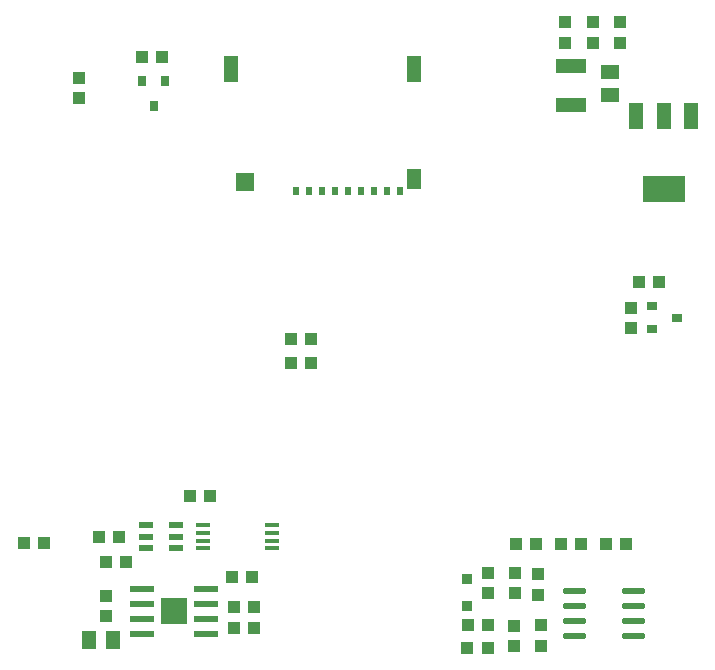
<source format=gbr>
G04 EAGLE Gerber RS-274X export*
G75*
%MOMM*%
%FSLAX34Y34*%
%LPD*%
%INSolderpaste Top*%
%IPPOS*%
%AMOC8*
5,1,8,0,0,1.08239X$1,22.5*%
G01*
%ADD10R,1.300000X1.600000*%
%ADD11R,1.100000X1.000000*%
%ADD12R,1.000000X1.100000*%
%ADD13R,2.057400X0.609600*%
%ADD14R,2.286000X2.286000*%
%ADD15R,1.200000X0.550000*%
%ADD16R,1.200000X0.350000*%
%ADD17R,0.800000X0.900000*%
%ADD18R,0.900000X0.800000*%
%ADD19R,1.219200X2.235200*%
%ADD20R,3.600000X2.200000*%
%ADD21R,2.500000X1.200000*%
%ADD22R,1.600000X1.300000*%
%ADD23R,1.080000X1.050000*%
%ADD24C,0.285000*%
%ADD25R,1.050000X1.080000*%
%ADD26R,0.900000X0.900000*%
%ADD27R,0.500000X0.750000*%
%ADD28R,1.200000X1.800000*%
%ADD29R,1.200000X2.200000*%
%ADD30R,1.600000X1.500000*%


D10*
X78950Y21550D03*
X98950Y21550D03*
D11*
X199830Y74890D03*
X216830Y74890D03*
X110150Y87590D03*
X93150Y87590D03*
D12*
X92760Y59260D03*
X92760Y42260D03*
D11*
X103800Y109180D03*
X86800Y109180D03*
X181270Y143470D03*
X164270Y143470D03*
D13*
X123526Y65110D03*
X123526Y52410D03*
X123526Y39710D03*
X123526Y27010D03*
X177374Y27010D03*
X177374Y39710D03*
X177374Y52410D03*
X177374Y65110D03*
D14*
X150450Y46060D03*
D15*
X152750Y99680D03*
X152750Y109180D03*
X152750Y118680D03*
X126750Y118680D03*
X126750Y109180D03*
X126750Y99680D03*
D16*
X175270Y118930D03*
X175270Y112430D03*
X175270Y105930D03*
X175270Y99430D03*
X233770Y99430D03*
X233770Y105930D03*
X233770Y112430D03*
X233770Y118930D03*
D11*
X40300Y104100D03*
X23300Y104100D03*
D12*
X69900Y480410D03*
X69900Y497410D03*
D11*
X266360Y256500D03*
X249360Y256500D03*
X266360Y276820D03*
X249360Y276820D03*
D17*
X142900Y495100D03*
X123900Y495100D03*
X133400Y474100D03*
D11*
X123630Y515580D03*
X140630Y515580D03*
D18*
X555200Y304100D03*
X555200Y285100D03*
X576200Y294600D03*
D12*
X537260Y286100D03*
X537260Y303100D03*
D11*
X201100Y49490D03*
X218100Y49490D03*
X201100Y31710D03*
X218100Y31710D03*
D19*
X588314Y465288D03*
X565200Y465288D03*
X542086Y465288D03*
D20*
X565200Y403310D03*
D11*
X561000Y325080D03*
X544000Y325080D03*
D21*
X486460Y507950D03*
X486460Y474950D03*
D22*
X519480Y482720D03*
X519480Y502720D03*
D23*
X528370Y544650D03*
X528370Y527150D03*
X505510Y544650D03*
X505510Y527150D03*
X481380Y544650D03*
X481380Y527150D03*
D11*
X477960Y102830D03*
X494960Y102830D03*
X533060Y102830D03*
X516060Y102830D03*
D24*
X498075Y62035D02*
X481225Y62035D01*
X481225Y64885D01*
X498075Y64885D01*
X498075Y62035D01*
X498075Y64742D02*
X481225Y64742D01*
X481225Y49335D02*
X498075Y49335D01*
X481225Y49335D02*
X481225Y52185D01*
X498075Y52185D01*
X498075Y49335D01*
X498075Y52042D02*
X481225Y52042D01*
X481225Y36635D02*
X498075Y36635D01*
X481225Y36635D02*
X481225Y39485D01*
X498075Y39485D01*
X498075Y36635D01*
X498075Y39342D02*
X481225Y39342D01*
X481225Y23935D02*
X498075Y23935D01*
X481225Y23935D02*
X481225Y26785D01*
X498075Y26785D01*
X498075Y23935D01*
X498075Y26642D02*
X481225Y26642D01*
X530725Y23935D02*
X547575Y23935D01*
X530725Y23935D02*
X530725Y26785D01*
X547575Y26785D01*
X547575Y23935D01*
X547575Y26642D02*
X530725Y26642D01*
X530725Y36635D02*
X547575Y36635D01*
X530725Y36635D02*
X530725Y39485D01*
X547575Y39485D01*
X547575Y36635D01*
X547575Y39342D02*
X530725Y39342D01*
X530725Y49335D02*
X547575Y49335D01*
X530725Y49335D02*
X530725Y52185D01*
X547575Y52185D01*
X547575Y49335D01*
X547575Y52042D02*
X530725Y52042D01*
X530725Y62035D02*
X547575Y62035D01*
X530725Y62035D02*
X530725Y64885D01*
X547575Y64885D01*
X547575Y62035D01*
X547575Y64742D02*
X530725Y64742D01*
D23*
X461060Y34110D03*
X461060Y16610D03*
D12*
X438200Y33860D03*
X438200Y16860D03*
D25*
X398970Y15200D03*
X416470Y15200D03*
D11*
X416220Y34250D03*
X399220Y34250D03*
D23*
X458520Y77290D03*
X458520Y59790D03*
D11*
X456860Y102830D03*
X439860Y102830D03*
D12*
X439470Y61310D03*
X439470Y78310D03*
D26*
X398830Y50690D03*
X398830Y73690D03*
D12*
X416610Y61310D03*
X416610Y78310D03*
D27*
X342320Y401570D03*
X331320Y401570D03*
X320320Y401570D03*
X309320Y401570D03*
X298320Y401570D03*
X287320Y401570D03*
X276320Y401570D03*
X265320Y401570D03*
X254320Y401570D03*
D28*
X354320Y411820D03*
D29*
X354320Y504820D03*
D30*
X211070Y409320D03*
D29*
X199320Y504820D03*
M02*

</source>
